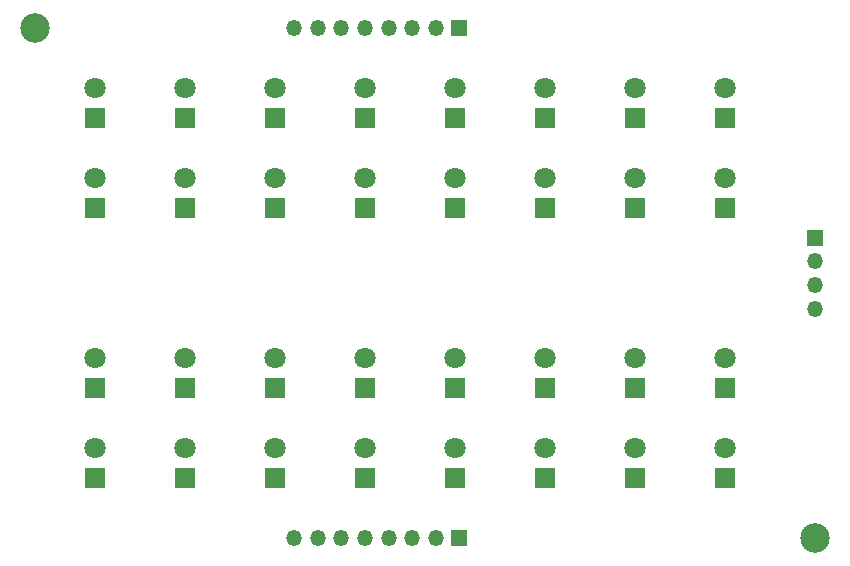
<source format=gts>
%TF.GenerationSoftware,KiCad,Pcbnew,7.0.8*%
%TF.CreationDate,2023-10-07T23:49:35-07:00*%
%TF.ProjectId,htpm_control_module_status,6874706d-5f63-46f6-9e74-726f6c5f6d6f,1*%
%TF.SameCoordinates,Original*%
%TF.FileFunction,Soldermask,Top*%
%TF.FilePolarity,Negative*%
%FSLAX46Y46*%
G04 Gerber Fmt 4.6, Leading zero omitted, Abs format (unit mm)*
G04 Created by KiCad (PCBNEW 7.0.8) date 2023-10-07 23:49:35*
%MOMM*%
%LPD*%
G01*
G04 APERTURE LIST*
%ADD10R,1.800000X1.800000*%
%ADD11C,1.800000*%
%ADD12C,2.500000*%
%ADD13R,1.350000X1.350000*%
%ADD14O,1.350000X1.350000*%
G04 APERTURE END LIST*
D10*
%TO.C,D10*%
X119380000Y-86360000D03*
D11*
X119380000Y-83820000D03*
%TD*%
D10*
%TO.C,D14*%
X149860000Y-86360000D03*
D11*
X149860000Y-83820000D03*
%TD*%
D10*
%TO.C,D2*%
X119380000Y-78740000D03*
D11*
X119380000Y-76200000D03*
%TD*%
D10*
%TO.C,D30*%
X149860000Y-109220000D03*
D11*
X149860000Y-106680000D03*
%TD*%
D10*
%TO.C,D26*%
X119380000Y-109220000D03*
D11*
X119380000Y-106680000D03*
%TD*%
D12*
%TO.C,H1*%
X106680000Y-71120000D03*
%TD*%
D10*
%TO.C,D32*%
X165100000Y-109220000D03*
D11*
X165100000Y-106680000D03*
%TD*%
D13*
%TO.C,J3*%
X142620000Y-114300000D03*
D14*
X140620000Y-114300000D03*
X138620000Y-114300000D03*
X136620000Y-114300000D03*
X134620000Y-114300000D03*
X132620000Y-114300000D03*
X130620000Y-114300000D03*
X128620000Y-114300000D03*
%TD*%
D10*
%TO.C,D20*%
X134620000Y-101600000D03*
D11*
X134620000Y-99060000D03*
%TD*%
D10*
%TO.C,D25*%
X111760000Y-109220000D03*
D11*
X111760000Y-106680000D03*
%TD*%
D10*
%TO.C,D27*%
X127000000Y-109220000D03*
D11*
X127000000Y-106680000D03*
%TD*%
D13*
%TO.C,J1*%
X142620000Y-71120000D03*
D14*
X140620000Y-71120000D03*
X138620000Y-71120000D03*
X136620000Y-71120000D03*
X134620000Y-71120000D03*
X132620000Y-71120000D03*
X130620000Y-71120000D03*
X128620000Y-71120000D03*
%TD*%
D10*
%TO.C,D9*%
X111760000Y-86360000D03*
D11*
X111760000Y-83820000D03*
%TD*%
D10*
%TO.C,D16*%
X165100000Y-86360000D03*
D11*
X165100000Y-83820000D03*
%TD*%
D10*
%TO.C,D5*%
X142240000Y-78740000D03*
D11*
X142240000Y-76200000D03*
%TD*%
D10*
%TO.C,D12*%
X134620000Y-86360000D03*
D11*
X134620000Y-83820000D03*
%TD*%
D10*
%TO.C,D23*%
X157480000Y-101600000D03*
D11*
X157480000Y-99060000D03*
%TD*%
D10*
%TO.C,D6*%
X149860000Y-78740000D03*
D11*
X149860000Y-76200000D03*
%TD*%
D10*
%TO.C,D28*%
X134620000Y-109220000D03*
D11*
X134620000Y-106680000D03*
%TD*%
D12*
%TO.C,H2*%
X172720000Y-114300000D03*
%TD*%
D10*
%TO.C,D22*%
X149860000Y-101600000D03*
D11*
X149860000Y-99060000D03*
%TD*%
D10*
%TO.C,D24*%
X165100000Y-101600000D03*
D11*
X165100000Y-99060000D03*
%TD*%
D10*
%TO.C,D17*%
X111760000Y-101600000D03*
D11*
X111760000Y-99060000D03*
%TD*%
D10*
%TO.C,D8*%
X165100000Y-78740000D03*
D11*
X165100000Y-76200000D03*
%TD*%
D10*
%TO.C,D13*%
X142240000Y-86360000D03*
D11*
X142240000Y-83820000D03*
%TD*%
D13*
%TO.C,J2*%
X172720000Y-88900000D03*
D14*
X172720000Y-90900000D03*
X172720000Y-92900000D03*
X172720000Y-94900000D03*
%TD*%
D10*
%TO.C,D11*%
X127000000Y-86360000D03*
D11*
X127000000Y-83820000D03*
%TD*%
D10*
%TO.C,D31*%
X157480000Y-109220000D03*
D11*
X157480000Y-106680000D03*
%TD*%
D10*
%TO.C,D1*%
X111760000Y-78740000D03*
D11*
X111760000Y-76200000D03*
%TD*%
D10*
%TO.C,D4*%
X134620000Y-78740000D03*
D11*
X134620000Y-76200000D03*
%TD*%
D10*
%TO.C,D7*%
X157480000Y-78740000D03*
D11*
X157480000Y-76200000D03*
%TD*%
D10*
%TO.C,D19*%
X127000000Y-101600000D03*
D11*
X127000000Y-99060000D03*
%TD*%
D10*
%TO.C,D3*%
X127000000Y-78740000D03*
D11*
X127000000Y-76200000D03*
%TD*%
D10*
%TO.C,D15*%
X157480000Y-86360000D03*
D11*
X157480000Y-83820000D03*
%TD*%
D10*
%TO.C,D29*%
X142240000Y-109220000D03*
D11*
X142240000Y-106680000D03*
%TD*%
D10*
%TO.C,D21*%
X142240000Y-101600000D03*
D11*
X142240000Y-99060000D03*
%TD*%
D10*
%TO.C,D18*%
X119380000Y-101600000D03*
D11*
X119380000Y-99060000D03*
%TD*%
M02*

</source>
